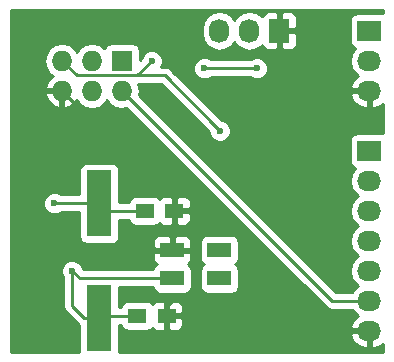
<source format=gbl>
G04 #@! TF.FileFunction,Copper,L2,Bot,Signal*
%FSLAX46Y46*%
G04 Gerber Fmt 4.6, Leading zero omitted, Abs format (unit mm)*
G04 Created by KiCad (PCBNEW 4.0.2-stable) date 26.04.2016 00:44:30*
%MOMM*%
G01*
G04 APERTURE LIST*
%ADD10C,0.100000*%
%ADD11R,2.032000X1.727200*%
%ADD12O,2.032000X1.727200*%
%ADD13R,1.727200X1.727200*%
%ADD14O,1.727200X1.727200*%
%ADD15R,2.100580X5.600700*%
%ADD16R,2.000000X1.300000*%
%ADD17R,1.500000X1.250000*%
%ADD18R,1.727200X2.032000*%
%ADD19O,1.727200X2.032000*%
%ADD20C,0.600000*%
%ADD21C,0.250000*%
%ADD22C,0.254000*%
G04 APERTURE END LIST*
D10*
D11*
X179705000Y-78740000D03*
D12*
X179705000Y-81280000D03*
X179705000Y-83820000D03*
D13*
X158750000Y-81280000D03*
D14*
X158750000Y-83820000D03*
X156210000Y-81280000D03*
X156210000Y-83820000D03*
X153670000Y-81280000D03*
X153670000Y-83820000D03*
D11*
X179705000Y-88900000D03*
D12*
X179705000Y-91440000D03*
X179705000Y-93980000D03*
X179705000Y-96520000D03*
X179705000Y-99060000D03*
X179705000Y-101600000D03*
X179705000Y-104140000D03*
D15*
X156845000Y-103042720D03*
X156845000Y-93345000D03*
D16*
X167005000Y-99695000D03*
X163005000Y-99695000D03*
X163005000Y-97295000D03*
X167005000Y-97295000D03*
D17*
X162560000Y-102870000D03*
X160060000Y-102870000D03*
D18*
X172085000Y-78740000D03*
D19*
X169545000Y-78740000D03*
X167005000Y-78740000D03*
D17*
X163195000Y-93980000D03*
X160695000Y-93980000D03*
D20*
X161884980Y-92075000D03*
X165100000Y-101600000D03*
X165100000Y-104140000D03*
X167045020Y-87199979D03*
X161290000Y-81280000D03*
X170180000Y-81915000D03*
X165735000Y-81915000D03*
X154544980Y-99060000D03*
X153035000Y-93345000D03*
D21*
X165100000Y-97790000D02*
X165100000Y-93980000D01*
X165100000Y-101600000D02*
X165100000Y-97790000D01*
X165100000Y-97790000D02*
X164605000Y-97295000D01*
X164605000Y-97295000D02*
X163005000Y-97295000D01*
X165100000Y-93980000D02*
X165100000Y-92710000D01*
X163195000Y-93980000D02*
X164195000Y-93980000D01*
X164195000Y-93980000D02*
X165100000Y-93980000D01*
X165100000Y-92710000D02*
X164465000Y-92075000D01*
X164465000Y-92075000D02*
X161884980Y-92075000D01*
X165100000Y-101600000D02*
X162955000Y-101600000D01*
X162955000Y-101600000D02*
X162560000Y-101995000D01*
X162560000Y-101995000D02*
X162560000Y-102870000D01*
X153670000Y-83820000D02*
X161884980Y-92034980D01*
X161884980Y-92034980D02*
X161884980Y-92075000D01*
X165100000Y-104140000D02*
X165100000Y-101600000D01*
X179705000Y-104140000D02*
X165100000Y-104140000D01*
X159988601Y-82518601D02*
X162363642Y-82518601D01*
X162363642Y-82518601D02*
X166745021Y-86899980D01*
X166745021Y-86899980D02*
X167045020Y-87199979D01*
X160051399Y-82518601D02*
X161290000Y-81280000D01*
X159988601Y-82518601D02*
X160051399Y-82518601D01*
X153670000Y-81280000D02*
X154908601Y-82518601D01*
X154908601Y-82518601D02*
X159988601Y-82518601D01*
X176530000Y-101600000D02*
X174625000Y-99695000D01*
X179705000Y-101600000D02*
X176530000Y-101600000D01*
X176530000Y-101600000D02*
X158750000Y-83820000D01*
X165735000Y-81915000D02*
X170180000Y-81915000D01*
X163005000Y-99695000D02*
X155179980Y-99695000D01*
X155179980Y-99695000D02*
X154544980Y-99060000D01*
X160060000Y-102870000D02*
X157017720Y-102870000D01*
X157017720Y-102870000D02*
X156845000Y-103042720D01*
X155544710Y-103042720D02*
X154544980Y-102042990D01*
X156845000Y-103042720D02*
X155544710Y-103042720D01*
X154544980Y-102042990D02*
X154544980Y-99060000D01*
X160695000Y-93980000D02*
X157480000Y-93980000D01*
X157480000Y-93980000D02*
X156845000Y-93345000D01*
X156845000Y-93345000D02*
X153035000Y-93345000D01*
D22*
G36*
X180848000Y-77254678D02*
X180721000Y-77228960D01*
X178689000Y-77228960D01*
X178453683Y-77273238D01*
X178237559Y-77412310D01*
X178092569Y-77624510D01*
X178041560Y-77876400D01*
X178041560Y-79603600D01*
X178085838Y-79838917D01*
X178224910Y-80055041D01*
X178437110Y-80200031D01*
X178478439Y-80208400D01*
X178460585Y-80220330D01*
X178135729Y-80706511D01*
X178021655Y-81280000D01*
X178135729Y-81853489D01*
X178460585Y-82339670D01*
X178770069Y-82546461D01*
X178354268Y-82917964D01*
X178100291Y-83445209D01*
X178097642Y-83460974D01*
X178218783Y-83693000D01*
X179578000Y-83693000D01*
X179578000Y-83673000D01*
X179832000Y-83673000D01*
X179832000Y-83693000D01*
X179852000Y-83693000D01*
X179852000Y-83947000D01*
X179832000Y-83947000D01*
X179832000Y-85160924D01*
X180066913Y-85305184D01*
X180619320Y-85111954D01*
X180848000Y-84907637D01*
X180848000Y-87414678D01*
X180721000Y-87388960D01*
X178689000Y-87388960D01*
X178453683Y-87433238D01*
X178237559Y-87572310D01*
X178092569Y-87784510D01*
X178041560Y-88036400D01*
X178041560Y-89763600D01*
X178085838Y-89998917D01*
X178224910Y-90215041D01*
X178437110Y-90360031D01*
X178478439Y-90368400D01*
X178460585Y-90380330D01*
X178135729Y-90866511D01*
X178021655Y-91440000D01*
X178135729Y-92013489D01*
X178460585Y-92499670D01*
X178775366Y-92710000D01*
X178460585Y-92920330D01*
X178135729Y-93406511D01*
X178021655Y-93980000D01*
X178135729Y-94553489D01*
X178460585Y-95039670D01*
X178775366Y-95250000D01*
X178460585Y-95460330D01*
X178135729Y-95946511D01*
X178021655Y-96520000D01*
X178135729Y-97093489D01*
X178460585Y-97579670D01*
X178775366Y-97790000D01*
X178460585Y-98000330D01*
X178135729Y-98486511D01*
X178021655Y-99060000D01*
X178135729Y-99633489D01*
X178460585Y-100119670D01*
X178775366Y-100330000D01*
X178460585Y-100540330D01*
X178260352Y-100840000D01*
X176844802Y-100840000D01*
X160183158Y-84178356D01*
X160248600Y-83849359D01*
X160248600Y-83790641D01*
X160146749Y-83278601D01*
X162048840Y-83278601D01*
X166109898Y-87339659D01*
X166109858Y-87385146D01*
X166251903Y-87728922D01*
X166514693Y-87992171D01*
X166858221Y-88134817D01*
X167230187Y-88135141D01*
X167573963Y-87993096D01*
X167837212Y-87730306D01*
X167979858Y-87386778D01*
X167980182Y-87014812D01*
X167838137Y-86671036D01*
X167575347Y-86407787D01*
X167231819Y-86265141D01*
X167184943Y-86265100D01*
X165098869Y-84179026D01*
X178097642Y-84179026D01*
X178100291Y-84194791D01*
X178354268Y-84722036D01*
X178790680Y-85111954D01*
X179343087Y-85305184D01*
X179578000Y-85160924D01*
X179578000Y-83947000D01*
X178218783Y-83947000D01*
X178097642Y-84179026D01*
X165098869Y-84179026D01*
X163020010Y-82100167D01*
X164799838Y-82100167D01*
X164941883Y-82443943D01*
X165204673Y-82707192D01*
X165548201Y-82849838D01*
X165920167Y-82850162D01*
X166263943Y-82708117D01*
X166297118Y-82675000D01*
X169617537Y-82675000D01*
X169649673Y-82707192D01*
X169993201Y-82849838D01*
X170365167Y-82850162D01*
X170708943Y-82708117D01*
X170972192Y-82445327D01*
X171114838Y-82101799D01*
X171115162Y-81729833D01*
X170973117Y-81386057D01*
X170710327Y-81122808D01*
X170366799Y-80980162D01*
X169994833Y-80979838D01*
X169651057Y-81121883D01*
X169617882Y-81155000D01*
X166297463Y-81155000D01*
X166265327Y-81122808D01*
X165921799Y-80980162D01*
X165549833Y-80979838D01*
X165206057Y-81121883D01*
X164942808Y-81384673D01*
X164800162Y-81728201D01*
X164799838Y-82100167D01*
X163020010Y-82100167D01*
X162901043Y-81981200D01*
X162654481Y-81816453D01*
X162363642Y-81758601D01*
X162103671Y-81758601D01*
X162224838Y-81466799D01*
X162225162Y-81094833D01*
X162083117Y-80751057D01*
X161820327Y-80487808D01*
X161476799Y-80345162D01*
X161104833Y-80344838D01*
X160761057Y-80486883D01*
X160497808Y-80749673D01*
X160355162Y-81093201D01*
X160355121Y-81140077D01*
X160261040Y-81234158D01*
X160261040Y-80416400D01*
X160216762Y-80181083D01*
X160077690Y-79964959D01*
X159865490Y-79819969D01*
X159613600Y-79768960D01*
X157886400Y-79768960D01*
X157651083Y-79813238D01*
X157434959Y-79952310D01*
X157289969Y-80164510D01*
X157281136Y-80208131D01*
X157269670Y-80190971D01*
X156783489Y-79866115D01*
X156210000Y-79752041D01*
X155636511Y-79866115D01*
X155150330Y-80190971D01*
X154940000Y-80505752D01*
X154729670Y-80190971D01*
X154243489Y-79866115D01*
X153670000Y-79752041D01*
X153096511Y-79866115D01*
X152610330Y-80190971D01*
X152285474Y-80677152D01*
X152171400Y-81250641D01*
X152171400Y-81309359D01*
X152285474Y-81882848D01*
X152610330Y-82369029D01*
X152881161Y-82549992D01*
X152463179Y-82931510D01*
X152215032Y-83460973D01*
X152335531Y-83693000D01*
X153543000Y-83693000D01*
X153543000Y-83673000D01*
X153797000Y-83673000D01*
X153797000Y-83693000D01*
X153817000Y-83693000D01*
X153817000Y-83947000D01*
X153797000Y-83947000D01*
X153797000Y-85153817D01*
X154029026Y-85274958D01*
X154444947Y-85102688D01*
X154876821Y-84708490D01*
X154934336Y-84585772D01*
X155150330Y-84909029D01*
X155636511Y-85233885D01*
X156210000Y-85347959D01*
X156783489Y-85233885D01*
X157269670Y-84909029D01*
X157480000Y-84594248D01*
X157690330Y-84909029D01*
X158176511Y-85233885D01*
X158750000Y-85347959D01*
X159127973Y-85272775D01*
X175992599Y-102137401D01*
X176239161Y-102302148D01*
X176530000Y-102360000D01*
X178260352Y-102360000D01*
X178460585Y-102659670D01*
X178770069Y-102866461D01*
X178354268Y-103237964D01*
X178100291Y-103765209D01*
X178097642Y-103780974D01*
X178218783Y-104013000D01*
X179578000Y-104013000D01*
X179578000Y-103993000D01*
X179832000Y-103993000D01*
X179832000Y-104013000D01*
X179852000Y-104013000D01*
X179852000Y-104267000D01*
X179832000Y-104267000D01*
X179832000Y-105480924D01*
X180066913Y-105625184D01*
X180619320Y-105431954D01*
X180848000Y-105227637D01*
X180848000Y-105918000D01*
X158527556Y-105918000D01*
X158542730Y-105843070D01*
X158542730Y-104499026D01*
X178097642Y-104499026D01*
X178100291Y-104514791D01*
X178354268Y-105042036D01*
X178790680Y-105431954D01*
X179343087Y-105625184D01*
X179578000Y-105480924D01*
X179578000Y-104267000D01*
X178218783Y-104267000D01*
X178097642Y-104499026D01*
X158542730Y-104499026D01*
X158542730Y-103630000D01*
X158687962Y-103630000D01*
X158706838Y-103730317D01*
X158845910Y-103946441D01*
X159058110Y-104091431D01*
X159310000Y-104142440D01*
X160810000Y-104142440D01*
X161045317Y-104098162D01*
X161261441Y-103959090D01*
X161307969Y-103890994D01*
X161450302Y-104033327D01*
X161683691Y-104130000D01*
X162274250Y-104130000D01*
X162433000Y-103971250D01*
X162433000Y-102997000D01*
X162687000Y-102997000D01*
X162687000Y-103971250D01*
X162845750Y-104130000D01*
X163436309Y-104130000D01*
X163669698Y-104033327D01*
X163848327Y-103854699D01*
X163945000Y-103621310D01*
X163945000Y-103155750D01*
X163786250Y-102997000D01*
X162687000Y-102997000D01*
X162433000Y-102997000D01*
X162413000Y-102997000D01*
X162413000Y-102743000D01*
X162433000Y-102743000D01*
X162433000Y-101768750D01*
X162687000Y-101768750D01*
X162687000Y-102743000D01*
X163786250Y-102743000D01*
X163945000Y-102584250D01*
X163945000Y-102118690D01*
X163848327Y-101885301D01*
X163669698Y-101706673D01*
X163436309Y-101610000D01*
X162845750Y-101610000D01*
X162687000Y-101768750D01*
X162433000Y-101768750D01*
X162274250Y-101610000D01*
X161683691Y-101610000D01*
X161450302Y-101706673D01*
X161309064Y-101847910D01*
X161274090Y-101793559D01*
X161061890Y-101648569D01*
X160810000Y-101597560D01*
X159310000Y-101597560D01*
X159074683Y-101641838D01*
X158858559Y-101780910D01*
X158713569Y-101993110D01*
X158689898Y-102110000D01*
X158542730Y-102110000D01*
X158542730Y-100455000D01*
X161378258Y-100455000D01*
X161401838Y-100580317D01*
X161540910Y-100796441D01*
X161753110Y-100941431D01*
X162005000Y-100992440D01*
X164005000Y-100992440D01*
X164240317Y-100948162D01*
X164456441Y-100809090D01*
X164601431Y-100596890D01*
X164652440Y-100345000D01*
X164652440Y-99045000D01*
X164608162Y-98809683D01*
X164469090Y-98593559D01*
X164329250Y-98498010D01*
X164364698Y-98483327D01*
X164543327Y-98304699D01*
X164640000Y-98071310D01*
X164640000Y-97580750D01*
X164481250Y-97422000D01*
X163132000Y-97422000D01*
X163132000Y-97442000D01*
X162878000Y-97442000D01*
X162878000Y-97422000D01*
X161528750Y-97422000D01*
X161370000Y-97580750D01*
X161370000Y-98071310D01*
X161466673Y-98304699D01*
X161645302Y-98483327D01*
X161681747Y-98498423D01*
X161553559Y-98580910D01*
X161408569Y-98793110D01*
X161379836Y-98935000D01*
X155494782Y-98935000D01*
X155480102Y-98920320D01*
X155480142Y-98874833D01*
X155338097Y-98531057D01*
X155075307Y-98267808D01*
X154731779Y-98125162D01*
X154359813Y-98124838D01*
X154016037Y-98266883D01*
X153752788Y-98529673D01*
X153610142Y-98873201D01*
X153609818Y-99245167D01*
X153751863Y-99588943D01*
X153784980Y-99622118D01*
X153784980Y-102042990D01*
X153842832Y-102333829D01*
X154007579Y-102580391D01*
X155007309Y-103580121D01*
X155147270Y-103673640D01*
X155147270Y-105843070D01*
X155161369Y-105918000D01*
X149352000Y-105918000D01*
X149352000Y-93530167D01*
X152099838Y-93530167D01*
X152241883Y-93873943D01*
X152504673Y-94137192D01*
X152848201Y-94279838D01*
X153220167Y-94280162D01*
X153563943Y-94138117D01*
X153597118Y-94105000D01*
X155147270Y-94105000D01*
X155147270Y-96145350D01*
X155191548Y-96380667D01*
X155330620Y-96596791D01*
X155542820Y-96741781D01*
X155794710Y-96792790D01*
X157895290Y-96792790D01*
X158130607Y-96748512D01*
X158346731Y-96609440D01*
X158408737Y-96518690D01*
X161370000Y-96518690D01*
X161370000Y-97009250D01*
X161528750Y-97168000D01*
X162878000Y-97168000D01*
X162878000Y-96168750D01*
X163132000Y-96168750D01*
X163132000Y-97168000D01*
X164481250Y-97168000D01*
X164640000Y-97009250D01*
X164640000Y-96645000D01*
X165357560Y-96645000D01*
X165357560Y-97945000D01*
X165401838Y-98180317D01*
X165540910Y-98396441D01*
X165686083Y-98495633D01*
X165553559Y-98580910D01*
X165408569Y-98793110D01*
X165357560Y-99045000D01*
X165357560Y-100345000D01*
X165401838Y-100580317D01*
X165540910Y-100796441D01*
X165753110Y-100941431D01*
X166005000Y-100992440D01*
X168005000Y-100992440D01*
X168240317Y-100948162D01*
X168456441Y-100809090D01*
X168601431Y-100596890D01*
X168652440Y-100345000D01*
X168652440Y-99045000D01*
X168608162Y-98809683D01*
X168469090Y-98593559D01*
X168323917Y-98494367D01*
X168456441Y-98409090D01*
X168601431Y-98196890D01*
X168652440Y-97945000D01*
X168652440Y-96645000D01*
X168608162Y-96409683D01*
X168469090Y-96193559D01*
X168256890Y-96048569D01*
X168005000Y-95997560D01*
X166005000Y-95997560D01*
X165769683Y-96041838D01*
X165553559Y-96180910D01*
X165408569Y-96393110D01*
X165357560Y-96645000D01*
X164640000Y-96645000D01*
X164640000Y-96518690D01*
X164543327Y-96285301D01*
X164364698Y-96106673D01*
X164131309Y-96010000D01*
X163290750Y-96010000D01*
X163132000Y-96168750D01*
X162878000Y-96168750D01*
X162719250Y-96010000D01*
X161878691Y-96010000D01*
X161645302Y-96106673D01*
X161466673Y-96285301D01*
X161370000Y-96518690D01*
X158408737Y-96518690D01*
X158491721Y-96397240D01*
X158542730Y-96145350D01*
X158542730Y-94740000D01*
X159322962Y-94740000D01*
X159341838Y-94840317D01*
X159480910Y-95056441D01*
X159693110Y-95201431D01*
X159945000Y-95252440D01*
X161445000Y-95252440D01*
X161680317Y-95208162D01*
X161896441Y-95069090D01*
X161942969Y-95000994D01*
X162085302Y-95143327D01*
X162318691Y-95240000D01*
X162909250Y-95240000D01*
X163068000Y-95081250D01*
X163068000Y-94107000D01*
X163322000Y-94107000D01*
X163322000Y-95081250D01*
X163480750Y-95240000D01*
X164071309Y-95240000D01*
X164304698Y-95143327D01*
X164483327Y-94964699D01*
X164580000Y-94731310D01*
X164580000Y-94265750D01*
X164421250Y-94107000D01*
X163322000Y-94107000D01*
X163068000Y-94107000D01*
X163048000Y-94107000D01*
X163048000Y-93853000D01*
X163068000Y-93853000D01*
X163068000Y-92878750D01*
X163322000Y-92878750D01*
X163322000Y-93853000D01*
X164421250Y-93853000D01*
X164580000Y-93694250D01*
X164580000Y-93228690D01*
X164483327Y-92995301D01*
X164304698Y-92816673D01*
X164071309Y-92720000D01*
X163480750Y-92720000D01*
X163322000Y-92878750D01*
X163068000Y-92878750D01*
X162909250Y-92720000D01*
X162318691Y-92720000D01*
X162085302Y-92816673D01*
X161944064Y-92957910D01*
X161909090Y-92903559D01*
X161696890Y-92758569D01*
X161445000Y-92707560D01*
X159945000Y-92707560D01*
X159709683Y-92751838D01*
X159493559Y-92890910D01*
X159348569Y-93103110D01*
X159324898Y-93220000D01*
X158542730Y-93220000D01*
X158542730Y-90544650D01*
X158498452Y-90309333D01*
X158359380Y-90093209D01*
X158147180Y-89948219D01*
X157895290Y-89897210D01*
X155794710Y-89897210D01*
X155559393Y-89941488D01*
X155343269Y-90080560D01*
X155198279Y-90292760D01*
X155147270Y-90544650D01*
X155147270Y-92585000D01*
X153597463Y-92585000D01*
X153565327Y-92552808D01*
X153221799Y-92410162D01*
X152849833Y-92409838D01*
X152506057Y-92551883D01*
X152242808Y-92814673D01*
X152100162Y-93158201D01*
X152099838Y-93530167D01*
X149352000Y-93530167D01*
X149352000Y-84179027D01*
X152215032Y-84179027D01*
X152463179Y-84708490D01*
X152895053Y-85102688D01*
X153310974Y-85274958D01*
X153543000Y-85153817D01*
X153543000Y-83947000D01*
X152335531Y-83947000D01*
X152215032Y-84179027D01*
X149352000Y-84179027D01*
X149352000Y-78555255D01*
X165506400Y-78555255D01*
X165506400Y-78924745D01*
X165620474Y-79498234D01*
X165945330Y-79984415D01*
X166431511Y-80309271D01*
X167005000Y-80423345D01*
X167578489Y-80309271D01*
X168064670Y-79984415D01*
X168275000Y-79669634D01*
X168485330Y-79984415D01*
X168971511Y-80309271D01*
X169545000Y-80423345D01*
X170118489Y-80309271D01*
X170604670Y-79984415D01*
X170619500Y-79962220D01*
X170683073Y-80115698D01*
X170861701Y-80294327D01*
X171095090Y-80391000D01*
X171799250Y-80391000D01*
X171958000Y-80232250D01*
X171958000Y-78867000D01*
X172212000Y-78867000D01*
X172212000Y-80232250D01*
X172370750Y-80391000D01*
X173074910Y-80391000D01*
X173308299Y-80294327D01*
X173486927Y-80115698D01*
X173583600Y-79882309D01*
X173583600Y-79025750D01*
X173424850Y-78867000D01*
X172212000Y-78867000D01*
X171958000Y-78867000D01*
X171938000Y-78867000D01*
X171938000Y-78613000D01*
X171958000Y-78613000D01*
X171958000Y-77247750D01*
X172212000Y-77247750D01*
X172212000Y-78613000D01*
X173424850Y-78613000D01*
X173583600Y-78454250D01*
X173583600Y-77597691D01*
X173486927Y-77364302D01*
X173308299Y-77185673D01*
X173074910Y-77089000D01*
X172370750Y-77089000D01*
X172212000Y-77247750D01*
X171958000Y-77247750D01*
X171799250Y-77089000D01*
X171095090Y-77089000D01*
X170861701Y-77185673D01*
X170683073Y-77364302D01*
X170619500Y-77517780D01*
X170604670Y-77495585D01*
X170118489Y-77170729D01*
X169545000Y-77056655D01*
X168971511Y-77170729D01*
X168485330Y-77495585D01*
X168275000Y-77810366D01*
X168064670Y-77495585D01*
X167578489Y-77170729D01*
X167005000Y-77056655D01*
X166431511Y-77170729D01*
X165945330Y-77495585D01*
X165620474Y-77981766D01*
X165506400Y-78555255D01*
X149352000Y-78555255D01*
X149352000Y-76962000D01*
X180848000Y-76962000D01*
X180848000Y-77254678D01*
X180848000Y-77254678D01*
G37*
X180848000Y-77254678D02*
X180721000Y-77228960D01*
X178689000Y-77228960D01*
X178453683Y-77273238D01*
X178237559Y-77412310D01*
X178092569Y-77624510D01*
X178041560Y-77876400D01*
X178041560Y-79603600D01*
X178085838Y-79838917D01*
X178224910Y-80055041D01*
X178437110Y-80200031D01*
X178478439Y-80208400D01*
X178460585Y-80220330D01*
X178135729Y-80706511D01*
X178021655Y-81280000D01*
X178135729Y-81853489D01*
X178460585Y-82339670D01*
X178770069Y-82546461D01*
X178354268Y-82917964D01*
X178100291Y-83445209D01*
X178097642Y-83460974D01*
X178218783Y-83693000D01*
X179578000Y-83693000D01*
X179578000Y-83673000D01*
X179832000Y-83673000D01*
X179832000Y-83693000D01*
X179852000Y-83693000D01*
X179852000Y-83947000D01*
X179832000Y-83947000D01*
X179832000Y-85160924D01*
X180066913Y-85305184D01*
X180619320Y-85111954D01*
X180848000Y-84907637D01*
X180848000Y-87414678D01*
X180721000Y-87388960D01*
X178689000Y-87388960D01*
X178453683Y-87433238D01*
X178237559Y-87572310D01*
X178092569Y-87784510D01*
X178041560Y-88036400D01*
X178041560Y-89763600D01*
X178085838Y-89998917D01*
X178224910Y-90215041D01*
X178437110Y-90360031D01*
X178478439Y-90368400D01*
X178460585Y-90380330D01*
X178135729Y-90866511D01*
X178021655Y-91440000D01*
X178135729Y-92013489D01*
X178460585Y-92499670D01*
X178775366Y-92710000D01*
X178460585Y-92920330D01*
X178135729Y-93406511D01*
X178021655Y-93980000D01*
X178135729Y-94553489D01*
X178460585Y-95039670D01*
X178775366Y-95250000D01*
X178460585Y-95460330D01*
X178135729Y-95946511D01*
X178021655Y-96520000D01*
X178135729Y-97093489D01*
X178460585Y-97579670D01*
X178775366Y-97790000D01*
X178460585Y-98000330D01*
X178135729Y-98486511D01*
X178021655Y-99060000D01*
X178135729Y-99633489D01*
X178460585Y-100119670D01*
X178775366Y-100330000D01*
X178460585Y-100540330D01*
X178260352Y-100840000D01*
X176844802Y-100840000D01*
X160183158Y-84178356D01*
X160248600Y-83849359D01*
X160248600Y-83790641D01*
X160146749Y-83278601D01*
X162048840Y-83278601D01*
X166109898Y-87339659D01*
X166109858Y-87385146D01*
X166251903Y-87728922D01*
X166514693Y-87992171D01*
X166858221Y-88134817D01*
X167230187Y-88135141D01*
X167573963Y-87993096D01*
X167837212Y-87730306D01*
X167979858Y-87386778D01*
X167980182Y-87014812D01*
X167838137Y-86671036D01*
X167575347Y-86407787D01*
X167231819Y-86265141D01*
X167184943Y-86265100D01*
X165098869Y-84179026D01*
X178097642Y-84179026D01*
X178100291Y-84194791D01*
X178354268Y-84722036D01*
X178790680Y-85111954D01*
X179343087Y-85305184D01*
X179578000Y-85160924D01*
X179578000Y-83947000D01*
X178218783Y-83947000D01*
X178097642Y-84179026D01*
X165098869Y-84179026D01*
X163020010Y-82100167D01*
X164799838Y-82100167D01*
X164941883Y-82443943D01*
X165204673Y-82707192D01*
X165548201Y-82849838D01*
X165920167Y-82850162D01*
X166263943Y-82708117D01*
X166297118Y-82675000D01*
X169617537Y-82675000D01*
X169649673Y-82707192D01*
X169993201Y-82849838D01*
X170365167Y-82850162D01*
X170708943Y-82708117D01*
X170972192Y-82445327D01*
X171114838Y-82101799D01*
X171115162Y-81729833D01*
X170973117Y-81386057D01*
X170710327Y-81122808D01*
X170366799Y-80980162D01*
X169994833Y-80979838D01*
X169651057Y-81121883D01*
X169617882Y-81155000D01*
X166297463Y-81155000D01*
X166265327Y-81122808D01*
X165921799Y-80980162D01*
X165549833Y-80979838D01*
X165206057Y-81121883D01*
X164942808Y-81384673D01*
X164800162Y-81728201D01*
X164799838Y-82100167D01*
X163020010Y-82100167D01*
X162901043Y-81981200D01*
X162654481Y-81816453D01*
X162363642Y-81758601D01*
X162103671Y-81758601D01*
X162224838Y-81466799D01*
X162225162Y-81094833D01*
X162083117Y-80751057D01*
X161820327Y-80487808D01*
X161476799Y-80345162D01*
X161104833Y-80344838D01*
X160761057Y-80486883D01*
X160497808Y-80749673D01*
X160355162Y-81093201D01*
X160355121Y-81140077D01*
X160261040Y-81234158D01*
X160261040Y-80416400D01*
X160216762Y-80181083D01*
X160077690Y-79964959D01*
X159865490Y-79819969D01*
X159613600Y-79768960D01*
X157886400Y-79768960D01*
X157651083Y-79813238D01*
X157434959Y-79952310D01*
X157289969Y-80164510D01*
X157281136Y-80208131D01*
X157269670Y-80190971D01*
X156783489Y-79866115D01*
X156210000Y-79752041D01*
X155636511Y-79866115D01*
X155150330Y-80190971D01*
X154940000Y-80505752D01*
X154729670Y-80190971D01*
X154243489Y-79866115D01*
X153670000Y-79752041D01*
X153096511Y-79866115D01*
X152610330Y-80190971D01*
X152285474Y-80677152D01*
X152171400Y-81250641D01*
X152171400Y-81309359D01*
X152285474Y-81882848D01*
X152610330Y-82369029D01*
X152881161Y-82549992D01*
X152463179Y-82931510D01*
X152215032Y-83460973D01*
X152335531Y-83693000D01*
X153543000Y-83693000D01*
X153543000Y-83673000D01*
X153797000Y-83673000D01*
X153797000Y-83693000D01*
X153817000Y-83693000D01*
X153817000Y-83947000D01*
X153797000Y-83947000D01*
X153797000Y-85153817D01*
X154029026Y-85274958D01*
X154444947Y-85102688D01*
X154876821Y-84708490D01*
X154934336Y-84585772D01*
X155150330Y-84909029D01*
X155636511Y-85233885D01*
X156210000Y-85347959D01*
X156783489Y-85233885D01*
X157269670Y-84909029D01*
X157480000Y-84594248D01*
X157690330Y-84909029D01*
X158176511Y-85233885D01*
X158750000Y-85347959D01*
X159127973Y-85272775D01*
X175992599Y-102137401D01*
X176239161Y-102302148D01*
X176530000Y-102360000D01*
X178260352Y-102360000D01*
X178460585Y-102659670D01*
X178770069Y-102866461D01*
X178354268Y-103237964D01*
X178100291Y-103765209D01*
X178097642Y-103780974D01*
X178218783Y-104013000D01*
X179578000Y-104013000D01*
X179578000Y-103993000D01*
X179832000Y-103993000D01*
X179832000Y-104013000D01*
X179852000Y-104013000D01*
X179852000Y-104267000D01*
X179832000Y-104267000D01*
X179832000Y-105480924D01*
X180066913Y-105625184D01*
X180619320Y-105431954D01*
X180848000Y-105227637D01*
X180848000Y-105918000D01*
X158527556Y-105918000D01*
X158542730Y-105843070D01*
X158542730Y-104499026D01*
X178097642Y-104499026D01*
X178100291Y-104514791D01*
X178354268Y-105042036D01*
X178790680Y-105431954D01*
X179343087Y-105625184D01*
X179578000Y-105480924D01*
X179578000Y-104267000D01*
X178218783Y-104267000D01*
X178097642Y-104499026D01*
X158542730Y-104499026D01*
X158542730Y-103630000D01*
X158687962Y-103630000D01*
X158706838Y-103730317D01*
X158845910Y-103946441D01*
X159058110Y-104091431D01*
X159310000Y-104142440D01*
X160810000Y-104142440D01*
X161045317Y-104098162D01*
X161261441Y-103959090D01*
X161307969Y-103890994D01*
X161450302Y-104033327D01*
X161683691Y-104130000D01*
X162274250Y-104130000D01*
X162433000Y-103971250D01*
X162433000Y-102997000D01*
X162687000Y-102997000D01*
X162687000Y-103971250D01*
X162845750Y-104130000D01*
X163436309Y-104130000D01*
X163669698Y-104033327D01*
X163848327Y-103854699D01*
X163945000Y-103621310D01*
X163945000Y-103155750D01*
X163786250Y-102997000D01*
X162687000Y-102997000D01*
X162433000Y-102997000D01*
X162413000Y-102997000D01*
X162413000Y-102743000D01*
X162433000Y-102743000D01*
X162433000Y-101768750D01*
X162687000Y-101768750D01*
X162687000Y-102743000D01*
X163786250Y-102743000D01*
X163945000Y-102584250D01*
X163945000Y-102118690D01*
X163848327Y-101885301D01*
X163669698Y-101706673D01*
X163436309Y-101610000D01*
X162845750Y-101610000D01*
X162687000Y-101768750D01*
X162433000Y-101768750D01*
X162274250Y-101610000D01*
X161683691Y-101610000D01*
X161450302Y-101706673D01*
X161309064Y-101847910D01*
X161274090Y-101793559D01*
X161061890Y-101648569D01*
X160810000Y-101597560D01*
X159310000Y-101597560D01*
X159074683Y-101641838D01*
X158858559Y-101780910D01*
X158713569Y-101993110D01*
X158689898Y-102110000D01*
X158542730Y-102110000D01*
X158542730Y-100455000D01*
X161378258Y-100455000D01*
X161401838Y-100580317D01*
X161540910Y-100796441D01*
X161753110Y-100941431D01*
X162005000Y-100992440D01*
X164005000Y-100992440D01*
X164240317Y-100948162D01*
X164456441Y-100809090D01*
X164601431Y-100596890D01*
X164652440Y-100345000D01*
X164652440Y-99045000D01*
X164608162Y-98809683D01*
X164469090Y-98593559D01*
X164329250Y-98498010D01*
X164364698Y-98483327D01*
X164543327Y-98304699D01*
X164640000Y-98071310D01*
X164640000Y-97580750D01*
X164481250Y-97422000D01*
X163132000Y-97422000D01*
X163132000Y-97442000D01*
X162878000Y-97442000D01*
X162878000Y-97422000D01*
X161528750Y-97422000D01*
X161370000Y-97580750D01*
X161370000Y-98071310D01*
X161466673Y-98304699D01*
X161645302Y-98483327D01*
X161681747Y-98498423D01*
X161553559Y-98580910D01*
X161408569Y-98793110D01*
X161379836Y-98935000D01*
X155494782Y-98935000D01*
X155480102Y-98920320D01*
X155480142Y-98874833D01*
X155338097Y-98531057D01*
X155075307Y-98267808D01*
X154731779Y-98125162D01*
X154359813Y-98124838D01*
X154016037Y-98266883D01*
X153752788Y-98529673D01*
X153610142Y-98873201D01*
X153609818Y-99245167D01*
X153751863Y-99588943D01*
X153784980Y-99622118D01*
X153784980Y-102042990D01*
X153842832Y-102333829D01*
X154007579Y-102580391D01*
X155007309Y-103580121D01*
X155147270Y-103673640D01*
X155147270Y-105843070D01*
X155161369Y-105918000D01*
X149352000Y-105918000D01*
X149352000Y-93530167D01*
X152099838Y-93530167D01*
X152241883Y-93873943D01*
X152504673Y-94137192D01*
X152848201Y-94279838D01*
X153220167Y-94280162D01*
X153563943Y-94138117D01*
X153597118Y-94105000D01*
X155147270Y-94105000D01*
X155147270Y-96145350D01*
X155191548Y-96380667D01*
X155330620Y-96596791D01*
X155542820Y-96741781D01*
X155794710Y-96792790D01*
X157895290Y-96792790D01*
X158130607Y-96748512D01*
X158346731Y-96609440D01*
X158408737Y-96518690D01*
X161370000Y-96518690D01*
X161370000Y-97009250D01*
X161528750Y-97168000D01*
X162878000Y-97168000D01*
X162878000Y-96168750D01*
X163132000Y-96168750D01*
X163132000Y-97168000D01*
X164481250Y-97168000D01*
X164640000Y-97009250D01*
X164640000Y-96645000D01*
X165357560Y-96645000D01*
X165357560Y-97945000D01*
X165401838Y-98180317D01*
X165540910Y-98396441D01*
X165686083Y-98495633D01*
X165553559Y-98580910D01*
X165408569Y-98793110D01*
X165357560Y-99045000D01*
X165357560Y-100345000D01*
X165401838Y-100580317D01*
X165540910Y-100796441D01*
X165753110Y-100941431D01*
X166005000Y-100992440D01*
X168005000Y-100992440D01*
X168240317Y-100948162D01*
X168456441Y-100809090D01*
X168601431Y-100596890D01*
X168652440Y-100345000D01*
X168652440Y-99045000D01*
X168608162Y-98809683D01*
X168469090Y-98593559D01*
X168323917Y-98494367D01*
X168456441Y-98409090D01*
X168601431Y-98196890D01*
X168652440Y-97945000D01*
X168652440Y-96645000D01*
X168608162Y-96409683D01*
X168469090Y-96193559D01*
X168256890Y-96048569D01*
X168005000Y-95997560D01*
X166005000Y-95997560D01*
X165769683Y-96041838D01*
X165553559Y-96180910D01*
X165408569Y-96393110D01*
X165357560Y-96645000D01*
X164640000Y-96645000D01*
X164640000Y-96518690D01*
X164543327Y-96285301D01*
X164364698Y-96106673D01*
X164131309Y-96010000D01*
X163290750Y-96010000D01*
X163132000Y-96168750D01*
X162878000Y-96168750D01*
X162719250Y-96010000D01*
X161878691Y-96010000D01*
X161645302Y-96106673D01*
X161466673Y-96285301D01*
X161370000Y-96518690D01*
X158408737Y-96518690D01*
X158491721Y-96397240D01*
X158542730Y-96145350D01*
X158542730Y-94740000D01*
X159322962Y-94740000D01*
X159341838Y-94840317D01*
X159480910Y-95056441D01*
X159693110Y-95201431D01*
X159945000Y-95252440D01*
X161445000Y-95252440D01*
X161680317Y-95208162D01*
X161896441Y-95069090D01*
X161942969Y-95000994D01*
X162085302Y-95143327D01*
X162318691Y-95240000D01*
X162909250Y-95240000D01*
X163068000Y-95081250D01*
X163068000Y-94107000D01*
X163322000Y-94107000D01*
X163322000Y-95081250D01*
X163480750Y-95240000D01*
X164071309Y-95240000D01*
X164304698Y-95143327D01*
X164483327Y-94964699D01*
X164580000Y-94731310D01*
X164580000Y-94265750D01*
X164421250Y-94107000D01*
X163322000Y-94107000D01*
X163068000Y-94107000D01*
X163048000Y-94107000D01*
X163048000Y-93853000D01*
X163068000Y-93853000D01*
X163068000Y-92878750D01*
X163322000Y-92878750D01*
X163322000Y-93853000D01*
X164421250Y-93853000D01*
X164580000Y-93694250D01*
X164580000Y-93228690D01*
X164483327Y-92995301D01*
X164304698Y-92816673D01*
X164071309Y-92720000D01*
X163480750Y-92720000D01*
X163322000Y-92878750D01*
X163068000Y-92878750D01*
X162909250Y-92720000D01*
X162318691Y-92720000D01*
X162085302Y-92816673D01*
X161944064Y-92957910D01*
X161909090Y-92903559D01*
X161696890Y-92758569D01*
X161445000Y-92707560D01*
X159945000Y-92707560D01*
X159709683Y-92751838D01*
X159493559Y-92890910D01*
X159348569Y-93103110D01*
X159324898Y-93220000D01*
X158542730Y-93220000D01*
X158542730Y-90544650D01*
X158498452Y-90309333D01*
X158359380Y-90093209D01*
X158147180Y-89948219D01*
X157895290Y-89897210D01*
X155794710Y-89897210D01*
X155559393Y-89941488D01*
X155343269Y-90080560D01*
X155198279Y-90292760D01*
X155147270Y-90544650D01*
X155147270Y-92585000D01*
X153597463Y-92585000D01*
X153565327Y-92552808D01*
X153221799Y-92410162D01*
X152849833Y-92409838D01*
X152506057Y-92551883D01*
X152242808Y-92814673D01*
X152100162Y-93158201D01*
X152099838Y-93530167D01*
X149352000Y-93530167D01*
X149352000Y-84179027D01*
X152215032Y-84179027D01*
X152463179Y-84708490D01*
X152895053Y-85102688D01*
X153310974Y-85274958D01*
X153543000Y-85153817D01*
X153543000Y-83947000D01*
X152335531Y-83947000D01*
X152215032Y-84179027D01*
X149352000Y-84179027D01*
X149352000Y-78555255D01*
X165506400Y-78555255D01*
X165506400Y-78924745D01*
X165620474Y-79498234D01*
X165945330Y-79984415D01*
X166431511Y-80309271D01*
X167005000Y-80423345D01*
X167578489Y-80309271D01*
X168064670Y-79984415D01*
X168275000Y-79669634D01*
X168485330Y-79984415D01*
X168971511Y-80309271D01*
X169545000Y-80423345D01*
X170118489Y-80309271D01*
X170604670Y-79984415D01*
X170619500Y-79962220D01*
X170683073Y-80115698D01*
X170861701Y-80294327D01*
X171095090Y-80391000D01*
X171799250Y-80391000D01*
X171958000Y-80232250D01*
X171958000Y-78867000D01*
X172212000Y-78867000D01*
X172212000Y-80232250D01*
X172370750Y-80391000D01*
X173074910Y-80391000D01*
X173308299Y-80294327D01*
X173486927Y-80115698D01*
X173583600Y-79882309D01*
X173583600Y-79025750D01*
X173424850Y-78867000D01*
X172212000Y-78867000D01*
X171958000Y-78867000D01*
X171938000Y-78867000D01*
X171938000Y-78613000D01*
X171958000Y-78613000D01*
X171958000Y-77247750D01*
X172212000Y-77247750D01*
X172212000Y-78613000D01*
X173424850Y-78613000D01*
X173583600Y-78454250D01*
X173583600Y-77597691D01*
X173486927Y-77364302D01*
X173308299Y-77185673D01*
X173074910Y-77089000D01*
X172370750Y-77089000D01*
X172212000Y-77247750D01*
X171958000Y-77247750D01*
X171799250Y-77089000D01*
X171095090Y-77089000D01*
X170861701Y-77185673D01*
X170683073Y-77364302D01*
X170619500Y-77517780D01*
X170604670Y-77495585D01*
X170118489Y-77170729D01*
X169545000Y-77056655D01*
X168971511Y-77170729D01*
X168485330Y-77495585D01*
X168275000Y-77810366D01*
X168064670Y-77495585D01*
X167578489Y-77170729D01*
X167005000Y-77056655D01*
X166431511Y-77170729D01*
X165945330Y-77495585D01*
X165620474Y-77981766D01*
X165506400Y-78555255D01*
X149352000Y-78555255D01*
X149352000Y-76962000D01*
X180848000Y-76962000D01*
X180848000Y-77254678D01*
M02*

</source>
